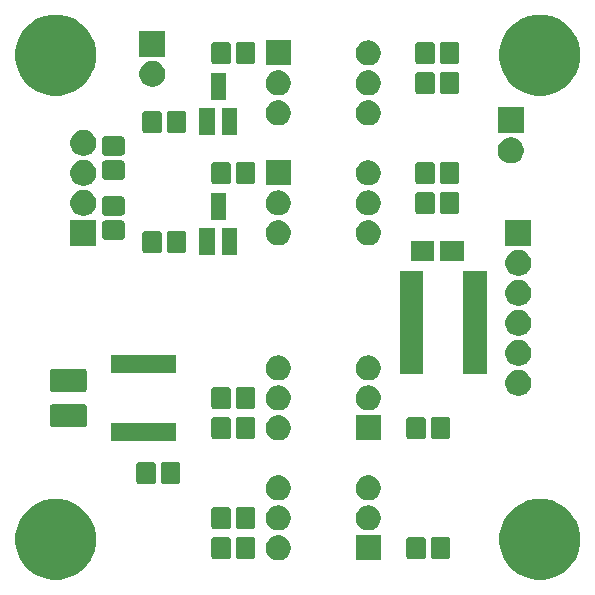
<source format=gbr>
G04 #@! TF.GenerationSoftware,KiCad,Pcbnew,(5.1.5)-3*
G04 #@! TF.CreationDate,2020-04-28T18:32:01-04:00*
G04 #@! TF.ProjectId,OptoUSB,4f70746f-5553-4422-9e6b-696361645f70,rev?*
G04 #@! TF.SameCoordinates,Original*
G04 #@! TF.FileFunction,Soldermask,Top*
G04 #@! TF.FilePolarity,Negative*
%FSLAX46Y46*%
G04 Gerber Fmt 4.6, Leading zero omitted, Abs format (unit mm)*
G04 Created by KiCad (PCBNEW (5.1.5)-3) date 2020-04-28 18:32:01*
%MOMM*%
%LPD*%
G04 APERTURE LIST*
%ADD10C,0.150000*%
G04 APERTURE END LIST*
D10*
G36*
X46000201Y-41702774D02*
G01*
X46624239Y-41961259D01*
X46624240Y-41961260D01*
X47185860Y-42336522D01*
X47663478Y-42814140D01*
X47838573Y-43076189D01*
X48038741Y-43375761D01*
X48297226Y-43999799D01*
X48429000Y-44662272D01*
X48429000Y-45337728D01*
X48297226Y-46000201D01*
X48038741Y-46624239D01*
X47965738Y-46733496D01*
X47663478Y-47185860D01*
X47185860Y-47663478D01*
X46810597Y-47914220D01*
X46624239Y-48038741D01*
X46000201Y-48297226D01*
X45337728Y-48429000D01*
X44662272Y-48429000D01*
X43999799Y-48297226D01*
X43375761Y-48038741D01*
X43189403Y-47914220D01*
X42814140Y-47663478D01*
X42336522Y-47185860D01*
X42034262Y-46733496D01*
X41961259Y-46624239D01*
X41702774Y-46000201D01*
X41571000Y-45337728D01*
X41571000Y-44662272D01*
X41702774Y-43999799D01*
X41961259Y-43375761D01*
X42161427Y-43076189D01*
X42336522Y-42814140D01*
X42814140Y-42336522D01*
X43375760Y-41961260D01*
X43375761Y-41961259D01*
X43999799Y-41702774D01*
X44662272Y-41571000D01*
X45337728Y-41571000D01*
X46000201Y-41702774D01*
G37*
G36*
X5000201Y-41702774D02*
G01*
X5624239Y-41961259D01*
X5624240Y-41961260D01*
X6185860Y-42336522D01*
X6663478Y-42814140D01*
X6838573Y-43076189D01*
X7038741Y-43375761D01*
X7297226Y-43999799D01*
X7429000Y-44662272D01*
X7429000Y-45337728D01*
X7297226Y-46000201D01*
X7038741Y-46624239D01*
X6965738Y-46733496D01*
X6663478Y-47185860D01*
X6185860Y-47663478D01*
X5810597Y-47914220D01*
X5624239Y-48038741D01*
X5000201Y-48297226D01*
X4337728Y-48429000D01*
X3662272Y-48429000D01*
X2999799Y-48297226D01*
X2375761Y-48038741D01*
X2189403Y-47914220D01*
X1814140Y-47663478D01*
X1336522Y-47185860D01*
X1034262Y-46733496D01*
X961259Y-46624239D01*
X702774Y-46000201D01*
X571000Y-45337728D01*
X571000Y-44662272D01*
X702774Y-43999799D01*
X961259Y-43375761D01*
X1161427Y-43076189D01*
X1336522Y-42814140D01*
X1814140Y-42336522D01*
X2375760Y-41961260D01*
X2375761Y-41961259D01*
X2999799Y-41702774D01*
X3662272Y-41571000D01*
X4337728Y-41571000D01*
X5000201Y-41702774D01*
G37*
G36*
X31534000Y-46774000D02*
G01*
X29426000Y-46774000D01*
X29426000Y-44666000D01*
X31534000Y-44666000D01*
X31534000Y-46774000D01*
G37*
G36*
X23167441Y-44706504D02*
G01*
X23246893Y-44739414D01*
X23359255Y-44785956D01*
X23531885Y-44901304D01*
X23678696Y-45048115D01*
X23794044Y-45220745D01*
X23873496Y-45412560D01*
X23914000Y-45616189D01*
X23914000Y-45823811D01*
X23873496Y-46027440D01*
X23794044Y-46219255D01*
X23678696Y-46391885D01*
X23531885Y-46538696D01*
X23359255Y-46654044D01*
X23246893Y-46700586D01*
X23167441Y-46733496D01*
X23065625Y-46753748D01*
X22963811Y-46774000D01*
X22756189Y-46774000D01*
X22654375Y-46753748D01*
X22552559Y-46733496D01*
X22473107Y-46700586D01*
X22360745Y-46654044D01*
X22188115Y-46538696D01*
X22041304Y-46391885D01*
X21925956Y-46219255D01*
X21846504Y-46027440D01*
X21806000Y-45823811D01*
X21806000Y-45616189D01*
X21846504Y-45412560D01*
X21925956Y-45220745D01*
X22041304Y-45048115D01*
X22188115Y-44901304D01*
X22360745Y-44785956D01*
X22473107Y-44739414D01*
X22552559Y-44706504D01*
X22756189Y-44666000D01*
X22963811Y-44666000D01*
X23167441Y-44706504D01*
G37*
G36*
X20670632Y-44772161D02*
G01*
X20724885Y-44788618D01*
X20774875Y-44815339D01*
X20818697Y-44851303D01*
X20854661Y-44895125D01*
X20881382Y-44945115D01*
X20897839Y-44999368D01*
X20904000Y-45061922D01*
X20904000Y-46378078D01*
X20897839Y-46440632D01*
X20881382Y-46494885D01*
X20854661Y-46544875D01*
X20818697Y-46588697D01*
X20774875Y-46624661D01*
X20724885Y-46651382D01*
X20670632Y-46667839D01*
X20608078Y-46674000D01*
X19541922Y-46674000D01*
X19479368Y-46667839D01*
X19425115Y-46651382D01*
X19375125Y-46624661D01*
X19331303Y-46588697D01*
X19295339Y-46544875D01*
X19268618Y-46494885D01*
X19252161Y-46440632D01*
X19246000Y-46378078D01*
X19246000Y-45061922D01*
X19252161Y-44999368D01*
X19268618Y-44945115D01*
X19295339Y-44895125D01*
X19331303Y-44851303D01*
X19375125Y-44815339D01*
X19425115Y-44788618D01*
X19479368Y-44772161D01*
X19541922Y-44766000D01*
X20608078Y-44766000D01*
X20670632Y-44772161D01*
G37*
G36*
X18620632Y-44772161D02*
G01*
X18674885Y-44788618D01*
X18724875Y-44815339D01*
X18768697Y-44851303D01*
X18804661Y-44895125D01*
X18831382Y-44945115D01*
X18847839Y-44999368D01*
X18854000Y-45061922D01*
X18854000Y-46378078D01*
X18847839Y-46440632D01*
X18831382Y-46494885D01*
X18804661Y-46544875D01*
X18768697Y-46588697D01*
X18724875Y-46624661D01*
X18674885Y-46651382D01*
X18620632Y-46667839D01*
X18558078Y-46674000D01*
X17491922Y-46674000D01*
X17429368Y-46667839D01*
X17375115Y-46651382D01*
X17325125Y-46624661D01*
X17281303Y-46588697D01*
X17245339Y-46544875D01*
X17218618Y-46494885D01*
X17202161Y-46440632D01*
X17196000Y-46378078D01*
X17196000Y-45061922D01*
X17202161Y-44999368D01*
X17218618Y-44945115D01*
X17245339Y-44895125D01*
X17281303Y-44851303D01*
X17325125Y-44815339D01*
X17375115Y-44788618D01*
X17429368Y-44772161D01*
X17491922Y-44766000D01*
X18558078Y-44766000D01*
X18620632Y-44772161D01*
G37*
G36*
X35130632Y-44772161D02*
G01*
X35184885Y-44788618D01*
X35234875Y-44815339D01*
X35278697Y-44851303D01*
X35314661Y-44895125D01*
X35341382Y-44945115D01*
X35357839Y-44999368D01*
X35364000Y-45061922D01*
X35364000Y-46378078D01*
X35357839Y-46440632D01*
X35341382Y-46494885D01*
X35314661Y-46544875D01*
X35278697Y-46588697D01*
X35234875Y-46624661D01*
X35184885Y-46651382D01*
X35130632Y-46667839D01*
X35068078Y-46674000D01*
X34001922Y-46674000D01*
X33939368Y-46667839D01*
X33885115Y-46651382D01*
X33835125Y-46624661D01*
X33791303Y-46588697D01*
X33755339Y-46544875D01*
X33728618Y-46494885D01*
X33712161Y-46440632D01*
X33706000Y-46378078D01*
X33706000Y-45061922D01*
X33712161Y-44999368D01*
X33728618Y-44945115D01*
X33755339Y-44895125D01*
X33791303Y-44851303D01*
X33835125Y-44815339D01*
X33885115Y-44788618D01*
X33939368Y-44772161D01*
X34001922Y-44766000D01*
X35068078Y-44766000D01*
X35130632Y-44772161D01*
G37*
G36*
X37180632Y-44772161D02*
G01*
X37234885Y-44788618D01*
X37284875Y-44815339D01*
X37328697Y-44851303D01*
X37364661Y-44895125D01*
X37391382Y-44945115D01*
X37407839Y-44999368D01*
X37414000Y-45061922D01*
X37414000Y-46378078D01*
X37407839Y-46440632D01*
X37391382Y-46494885D01*
X37364661Y-46544875D01*
X37328697Y-46588697D01*
X37284875Y-46624661D01*
X37234885Y-46651382D01*
X37180632Y-46667839D01*
X37118078Y-46674000D01*
X36051922Y-46674000D01*
X35989368Y-46667839D01*
X35935115Y-46651382D01*
X35885125Y-46624661D01*
X35841303Y-46588697D01*
X35805339Y-46544875D01*
X35778618Y-46494885D01*
X35762161Y-46440632D01*
X35756000Y-46378078D01*
X35756000Y-45061922D01*
X35762161Y-44999368D01*
X35778618Y-44945115D01*
X35805339Y-44895125D01*
X35841303Y-44851303D01*
X35885125Y-44815339D01*
X35935115Y-44788618D01*
X35989368Y-44772161D01*
X36051922Y-44766000D01*
X37118078Y-44766000D01*
X37180632Y-44772161D01*
G37*
G36*
X23065625Y-42146252D02*
G01*
X23167441Y-42166504D01*
X23246893Y-42199414D01*
X23359255Y-42245956D01*
X23531885Y-42361304D01*
X23678696Y-42508115D01*
X23794044Y-42680745D01*
X23873496Y-42872560D01*
X23914000Y-43076189D01*
X23914000Y-43283811D01*
X23873496Y-43487440D01*
X23794044Y-43679255D01*
X23678696Y-43851885D01*
X23531885Y-43998696D01*
X23359255Y-44114044D01*
X23246893Y-44160586D01*
X23167441Y-44193496D01*
X22963811Y-44234000D01*
X22756189Y-44234000D01*
X22552559Y-44193496D01*
X22473107Y-44160586D01*
X22360745Y-44114044D01*
X22188115Y-43998696D01*
X22041304Y-43851885D01*
X21925956Y-43679255D01*
X21846504Y-43487440D01*
X21806000Y-43283811D01*
X21806000Y-43076189D01*
X21846504Y-42872560D01*
X21925956Y-42680745D01*
X22041304Y-42508115D01*
X22188115Y-42361304D01*
X22360745Y-42245956D01*
X22473107Y-42199414D01*
X22552559Y-42166504D01*
X22654375Y-42146252D01*
X22756189Y-42126000D01*
X22963811Y-42126000D01*
X23065625Y-42146252D01*
G37*
G36*
X30685625Y-42146252D02*
G01*
X30787441Y-42166504D01*
X30866893Y-42199414D01*
X30979255Y-42245956D01*
X31151885Y-42361304D01*
X31298696Y-42508115D01*
X31414044Y-42680745D01*
X31493496Y-42872560D01*
X31534000Y-43076189D01*
X31534000Y-43283811D01*
X31493496Y-43487440D01*
X31414044Y-43679255D01*
X31298696Y-43851885D01*
X31151885Y-43998696D01*
X30979255Y-44114044D01*
X30866893Y-44160586D01*
X30787441Y-44193496D01*
X30583811Y-44234000D01*
X30376189Y-44234000D01*
X30172559Y-44193496D01*
X30093107Y-44160586D01*
X29980745Y-44114044D01*
X29808115Y-43998696D01*
X29661304Y-43851885D01*
X29545956Y-43679255D01*
X29466504Y-43487440D01*
X29426000Y-43283811D01*
X29426000Y-43076189D01*
X29466504Y-42872560D01*
X29545956Y-42680745D01*
X29661304Y-42508115D01*
X29808115Y-42361304D01*
X29980745Y-42245956D01*
X30093107Y-42199414D01*
X30172559Y-42166504D01*
X30274375Y-42146252D01*
X30376189Y-42126000D01*
X30583811Y-42126000D01*
X30685625Y-42146252D01*
G37*
G36*
X18620632Y-42232161D02*
G01*
X18674885Y-42248618D01*
X18724875Y-42275339D01*
X18768697Y-42311303D01*
X18804661Y-42355125D01*
X18831382Y-42405115D01*
X18847839Y-42459368D01*
X18854000Y-42521922D01*
X18854000Y-43838078D01*
X18847839Y-43900632D01*
X18831382Y-43954885D01*
X18804661Y-44004875D01*
X18768697Y-44048697D01*
X18724875Y-44084661D01*
X18674885Y-44111382D01*
X18620632Y-44127839D01*
X18558078Y-44134000D01*
X17491922Y-44134000D01*
X17429368Y-44127839D01*
X17375115Y-44111382D01*
X17325125Y-44084661D01*
X17281303Y-44048697D01*
X17245339Y-44004875D01*
X17218618Y-43954885D01*
X17202161Y-43900632D01*
X17196000Y-43838078D01*
X17196000Y-42521922D01*
X17202161Y-42459368D01*
X17218618Y-42405115D01*
X17245339Y-42355125D01*
X17281303Y-42311303D01*
X17325125Y-42275339D01*
X17375115Y-42248618D01*
X17429368Y-42232161D01*
X17491922Y-42226000D01*
X18558078Y-42226000D01*
X18620632Y-42232161D01*
G37*
G36*
X20670632Y-42232161D02*
G01*
X20724885Y-42248618D01*
X20774875Y-42275339D01*
X20818697Y-42311303D01*
X20854661Y-42355125D01*
X20881382Y-42405115D01*
X20897839Y-42459368D01*
X20904000Y-42521922D01*
X20904000Y-43838078D01*
X20897839Y-43900632D01*
X20881382Y-43954885D01*
X20854661Y-44004875D01*
X20818697Y-44048697D01*
X20774875Y-44084661D01*
X20724885Y-44111382D01*
X20670632Y-44127839D01*
X20608078Y-44134000D01*
X19541922Y-44134000D01*
X19479368Y-44127839D01*
X19425115Y-44111382D01*
X19375125Y-44084661D01*
X19331303Y-44048697D01*
X19295339Y-44004875D01*
X19268618Y-43954885D01*
X19252161Y-43900632D01*
X19246000Y-43838078D01*
X19246000Y-42521922D01*
X19252161Y-42459368D01*
X19268618Y-42405115D01*
X19295339Y-42355125D01*
X19331303Y-42311303D01*
X19375125Y-42275339D01*
X19425115Y-42248618D01*
X19479368Y-42232161D01*
X19541922Y-42226000D01*
X20608078Y-42226000D01*
X20670632Y-42232161D01*
G37*
G36*
X23167441Y-39626504D02*
G01*
X23246893Y-39659414D01*
X23359255Y-39705956D01*
X23531885Y-39821304D01*
X23678696Y-39968115D01*
X23794044Y-40140745D01*
X23816465Y-40194875D01*
X23869951Y-40324000D01*
X23873496Y-40332560D01*
X23914000Y-40536189D01*
X23914000Y-40743811D01*
X23873496Y-40947440D01*
X23794044Y-41139255D01*
X23678696Y-41311885D01*
X23531885Y-41458696D01*
X23359255Y-41574044D01*
X23246893Y-41620586D01*
X23167441Y-41653496D01*
X23065625Y-41673748D01*
X22963811Y-41694000D01*
X22756189Y-41694000D01*
X22654375Y-41673748D01*
X22552559Y-41653496D01*
X22473107Y-41620586D01*
X22360745Y-41574044D01*
X22188115Y-41458696D01*
X22041304Y-41311885D01*
X21925956Y-41139255D01*
X21846504Y-40947440D01*
X21806000Y-40743811D01*
X21806000Y-40536189D01*
X21846504Y-40332560D01*
X21850050Y-40324000D01*
X21903535Y-40194875D01*
X21925956Y-40140745D01*
X22041304Y-39968115D01*
X22188115Y-39821304D01*
X22360745Y-39705956D01*
X22473107Y-39659414D01*
X22552559Y-39626504D01*
X22756189Y-39586000D01*
X22963811Y-39586000D01*
X23167441Y-39626504D01*
G37*
G36*
X30787441Y-39626504D02*
G01*
X30866893Y-39659414D01*
X30979255Y-39705956D01*
X31151885Y-39821304D01*
X31298696Y-39968115D01*
X31414044Y-40140745D01*
X31436465Y-40194875D01*
X31489951Y-40324000D01*
X31493496Y-40332560D01*
X31534000Y-40536189D01*
X31534000Y-40743811D01*
X31493496Y-40947440D01*
X31414044Y-41139255D01*
X31298696Y-41311885D01*
X31151885Y-41458696D01*
X30979255Y-41574044D01*
X30866893Y-41620586D01*
X30787441Y-41653496D01*
X30685625Y-41673748D01*
X30583811Y-41694000D01*
X30376189Y-41694000D01*
X30274375Y-41673748D01*
X30172559Y-41653496D01*
X30093107Y-41620586D01*
X29980745Y-41574044D01*
X29808115Y-41458696D01*
X29661304Y-41311885D01*
X29545956Y-41139255D01*
X29466504Y-40947440D01*
X29426000Y-40743811D01*
X29426000Y-40536189D01*
X29466504Y-40332560D01*
X29470050Y-40324000D01*
X29523535Y-40194875D01*
X29545956Y-40140745D01*
X29661304Y-39968115D01*
X29808115Y-39821304D01*
X29980745Y-39705956D01*
X30093107Y-39659414D01*
X30172559Y-39626504D01*
X30376189Y-39586000D01*
X30583811Y-39586000D01*
X30787441Y-39626504D01*
G37*
G36*
X12270632Y-38422161D02*
G01*
X12324885Y-38438618D01*
X12374875Y-38465339D01*
X12418697Y-38501303D01*
X12454661Y-38545125D01*
X12481382Y-38595115D01*
X12497839Y-38649368D01*
X12504000Y-38711922D01*
X12504000Y-40028078D01*
X12497839Y-40090632D01*
X12481382Y-40144885D01*
X12454661Y-40194875D01*
X12418697Y-40238697D01*
X12374875Y-40274661D01*
X12324885Y-40301382D01*
X12270632Y-40317839D01*
X12208078Y-40324000D01*
X11141922Y-40324000D01*
X11079368Y-40317839D01*
X11025115Y-40301382D01*
X10975125Y-40274661D01*
X10931303Y-40238697D01*
X10895339Y-40194875D01*
X10868618Y-40144885D01*
X10852161Y-40090632D01*
X10846000Y-40028078D01*
X10846000Y-38711922D01*
X10852161Y-38649368D01*
X10868618Y-38595115D01*
X10895339Y-38545125D01*
X10931303Y-38501303D01*
X10975125Y-38465339D01*
X11025115Y-38438618D01*
X11079368Y-38422161D01*
X11141922Y-38416000D01*
X12208078Y-38416000D01*
X12270632Y-38422161D01*
G37*
G36*
X14320632Y-38422161D02*
G01*
X14374885Y-38438618D01*
X14424875Y-38465339D01*
X14468697Y-38501303D01*
X14504661Y-38545125D01*
X14531382Y-38595115D01*
X14547839Y-38649368D01*
X14554000Y-38711922D01*
X14554000Y-40028078D01*
X14547839Y-40090632D01*
X14531382Y-40144885D01*
X14504661Y-40194875D01*
X14468697Y-40238697D01*
X14424875Y-40274661D01*
X14374885Y-40301382D01*
X14320632Y-40317839D01*
X14258078Y-40324000D01*
X13191922Y-40324000D01*
X13129368Y-40317839D01*
X13075115Y-40301382D01*
X13025125Y-40274661D01*
X12981303Y-40238697D01*
X12945339Y-40194875D01*
X12918618Y-40144885D01*
X12902161Y-40090632D01*
X12896000Y-40028078D01*
X12896000Y-38711922D01*
X12902161Y-38649368D01*
X12918618Y-38595115D01*
X12945339Y-38545125D01*
X12981303Y-38501303D01*
X13025125Y-38465339D01*
X13075115Y-38438618D01*
X13129368Y-38422161D01*
X13191922Y-38416000D01*
X14258078Y-38416000D01*
X14320632Y-38422161D01*
G37*
G36*
X14159000Y-36674000D02*
G01*
X8701000Y-36674000D01*
X8701000Y-35166000D01*
X14159000Y-35166000D01*
X14159000Y-36674000D01*
G37*
G36*
X31534000Y-36614000D02*
G01*
X29426000Y-36614000D01*
X29426000Y-34506000D01*
X31534000Y-34506000D01*
X31534000Y-36614000D01*
G37*
G36*
X23167441Y-34546504D02*
G01*
X23246893Y-34579414D01*
X23359255Y-34625956D01*
X23531885Y-34741304D01*
X23678696Y-34888115D01*
X23794044Y-35060745D01*
X23873496Y-35252560D01*
X23914000Y-35456189D01*
X23914000Y-35663811D01*
X23873496Y-35867440D01*
X23794044Y-36059255D01*
X23678696Y-36231885D01*
X23531885Y-36378696D01*
X23359255Y-36494044D01*
X23246893Y-36540586D01*
X23167441Y-36573496D01*
X22963811Y-36614000D01*
X22756189Y-36614000D01*
X22552559Y-36573496D01*
X22473107Y-36540586D01*
X22360745Y-36494044D01*
X22188115Y-36378696D01*
X22041304Y-36231885D01*
X21925956Y-36059255D01*
X21846504Y-35867440D01*
X21806000Y-35663811D01*
X21806000Y-35456189D01*
X21846504Y-35252560D01*
X21925956Y-35060745D01*
X22041304Y-34888115D01*
X22188115Y-34741304D01*
X22360745Y-34625956D01*
X22473107Y-34579414D01*
X22552559Y-34546504D01*
X22756189Y-34506000D01*
X22963811Y-34506000D01*
X23167441Y-34546504D01*
G37*
G36*
X18620632Y-34612161D02*
G01*
X18674885Y-34628618D01*
X18724875Y-34655339D01*
X18768697Y-34691303D01*
X18804661Y-34735125D01*
X18831382Y-34785115D01*
X18847839Y-34839368D01*
X18854000Y-34901922D01*
X18854000Y-36218078D01*
X18847839Y-36280632D01*
X18831382Y-36334885D01*
X18804661Y-36384875D01*
X18768697Y-36428697D01*
X18724875Y-36464661D01*
X18674885Y-36491382D01*
X18620632Y-36507839D01*
X18558078Y-36514000D01*
X17491922Y-36514000D01*
X17429368Y-36507839D01*
X17375115Y-36491382D01*
X17325125Y-36464661D01*
X17281303Y-36428697D01*
X17245339Y-36384875D01*
X17218618Y-36334885D01*
X17202161Y-36280632D01*
X17196000Y-36218078D01*
X17196000Y-34901922D01*
X17202161Y-34839368D01*
X17218618Y-34785115D01*
X17245339Y-34735125D01*
X17281303Y-34691303D01*
X17325125Y-34655339D01*
X17375115Y-34628618D01*
X17429368Y-34612161D01*
X17491922Y-34606000D01*
X18558078Y-34606000D01*
X18620632Y-34612161D01*
G37*
G36*
X20670632Y-34612161D02*
G01*
X20724885Y-34628618D01*
X20774875Y-34655339D01*
X20818697Y-34691303D01*
X20854661Y-34735125D01*
X20881382Y-34785115D01*
X20897839Y-34839368D01*
X20904000Y-34901922D01*
X20904000Y-36218078D01*
X20897839Y-36280632D01*
X20881382Y-36334885D01*
X20854661Y-36384875D01*
X20818697Y-36428697D01*
X20774875Y-36464661D01*
X20724885Y-36491382D01*
X20670632Y-36507839D01*
X20608078Y-36514000D01*
X19541922Y-36514000D01*
X19479368Y-36507839D01*
X19425115Y-36491382D01*
X19375125Y-36464661D01*
X19331303Y-36428697D01*
X19295339Y-36384875D01*
X19268618Y-36334885D01*
X19252161Y-36280632D01*
X19246000Y-36218078D01*
X19246000Y-34901922D01*
X19252161Y-34839368D01*
X19268618Y-34785115D01*
X19295339Y-34735125D01*
X19331303Y-34691303D01*
X19375125Y-34655339D01*
X19425115Y-34628618D01*
X19479368Y-34612161D01*
X19541922Y-34606000D01*
X20608078Y-34606000D01*
X20670632Y-34612161D01*
G37*
G36*
X35130632Y-34612161D02*
G01*
X35184885Y-34628618D01*
X35234875Y-34655339D01*
X35278697Y-34691303D01*
X35314661Y-34735125D01*
X35341382Y-34785115D01*
X35357839Y-34839368D01*
X35364000Y-34901922D01*
X35364000Y-36218078D01*
X35357839Y-36280632D01*
X35341382Y-36334885D01*
X35314661Y-36384875D01*
X35278697Y-36428697D01*
X35234875Y-36464661D01*
X35184885Y-36491382D01*
X35130632Y-36507839D01*
X35068078Y-36514000D01*
X34001922Y-36514000D01*
X33939368Y-36507839D01*
X33885115Y-36491382D01*
X33835125Y-36464661D01*
X33791303Y-36428697D01*
X33755339Y-36384875D01*
X33728618Y-36334885D01*
X33712161Y-36280632D01*
X33706000Y-36218078D01*
X33706000Y-34901922D01*
X33712161Y-34839368D01*
X33728618Y-34785115D01*
X33755339Y-34735125D01*
X33791303Y-34691303D01*
X33835125Y-34655339D01*
X33885115Y-34628618D01*
X33939368Y-34612161D01*
X34001922Y-34606000D01*
X35068078Y-34606000D01*
X35130632Y-34612161D01*
G37*
G36*
X37180632Y-34612161D02*
G01*
X37234885Y-34628618D01*
X37284875Y-34655339D01*
X37328697Y-34691303D01*
X37364661Y-34735125D01*
X37391382Y-34785115D01*
X37407839Y-34839368D01*
X37414000Y-34901922D01*
X37414000Y-36218078D01*
X37407839Y-36280632D01*
X37391382Y-36334885D01*
X37364661Y-36384875D01*
X37328697Y-36428697D01*
X37284875Y-36464661D01*
X37234885Y-36491382D01*
X37180632Y-36507839D01*
X37118078Y-36514000D01*
X36051922Y-36514000D01*
X35989368Y-36507839D01*
X35935115Y-36491382D01*
X35885125Y-36464661D01*
X35841303Y-36428697D01*
X35805339Y-36384875D01*
X35778618Y-36334885D01*
X35762161Y-36280632D01*
X35756000Y-36218078D01*
X35756000Y-34901922D01*
X35762161Y-34839368D01*
X35778618Y-34785115D01*
X35805339Y-34735125D01*
X35841303Y-34691303D01*
X35885125Y-34655339D01*
X35935115Y-34628618D01*
X35989368Y-34612161D01*
X36051922Y-34606000D01*
X37118078Y-34606000D01*
X37180632Y-34612161D01*
G37*
G36*
X6451227Y-33546550D02*
G01*
X6499514Y-33561198D01*
X6544008Y-33584980D01*
X6583011Y-33616989D01*
X6615020Y-33655992D01*
X6638802Y-33700486D01*
X6653450Y-33748773D01*
X6659000Y-33805123D01*
X6659000Y-35209877D01*
X6653450Y-35266227D01*
X6638802Y-35314514D01*
X6615020Y-35359008D01*
X6583011Y-35398011D01*
X6544008Y-35430020D01*
X6499514Y-35453802D01*
X6451227Y-35468450D01*
X6394877Y-35474000D01*
X3765123Y-35474000D01*
X3708773Y-35468450D01*
X3660486Y-35453802D01*
X3615992Y-35430020D01*
X3576989Y-35398011D01*
X3544980Y-35359008D01*
X3521198Y-35314514D01*
X3506550Y-35266227D01*
X3501000Y-35209877D01*
X3501000Y-33805123D01*
X3506550Y-33748773D01*
X3521198Y-33700486D01*
X3544980Y-33655992D01*
X3576989Y-33616989D01*
X3615992Y-33584980D01*
X3660486Y-33561198D01*
X3708773Y-33546550D01*
X3765123Y-33541000D01*
X6394877Y-33541000D01*
X6451227Y-33546550D01*
G37*
G36*
X23065625Y-31986252D02*
G01*
X23167441Y-32006504D01*
X23246893Y-32039414D01*
X23359255Y-32085956D01*
X23531885Y-32201304D01*
X23678696Y-32348115D01*
X23794044Y-32520745D01*
X23829993Y-32607534D01*
X23873496Y-32712559D01*
X23893191Y-32811574D01*
X23914000Y-32916189D01*
X23914000Y-33123811D01*
X23873496Y-33327440D01*
X23794044Y-33519255D01*
X23678696Y-33691885D01*
X23531885Y-33838696D01*
X23359255Y-33954044D01*
X23246893Y-34000586D01*
X23167441Y-34033496D01*
X22963811Y-34074000D01*
X22756189Y-34074000D01*
X22552559Y-34033496D01*
X22473107Y-34000586D01*
X22360745Y-33954044D01*
X22188115Y-33838696D01*
X22041304Y-33691885D01*
X21925956Y-33519255D01*
X21846504Y-33327440D01*
X21806000Y-33123811D01*
X21806000Y-32916189D01*
X21826809Y-32811574D01*
X21846504Y-32712559D01*
X21890007Y-32607534D01*
X21925956Y-32520745D01*
X22041304Y-32348115D01*
X22188115Y-32201304D01*
X22360745Y-32085956D01*
X22473107Y-32039414D01*
X22552559Y-32006504D01*
X22654375Y-31986252D01*
X22756189Y-31966000D01*
X22963811Y-31966000D01*
X23065625Y-31986252D01*
G37*
G36*
X30685625Y-31986252D02*
G01*
X30787441Y-32006504D01*
X30866893Y-32039414D01*
X30979255Y-32085956D01*
X31151885Y-32201304D01*
X31298696Y-32348115D01*
X31414044Y-32520745D01*
X31449993Y-32607534D01*
X31493496Y-32712559D01*
X31513191Y-32811574D01*
X31534000Y-32916189D01*
X31534000Y-33123811D01*
X31493496Y-33327440D01*
X31414044Y-33519255D01*
X31298696Y-33691885D01*
X31151885Y-33838696D01*
X30979255Y-33954044D01*
X30866893Y-34000586D01*
X30787441Y-34033496D01*
X30583811Y-34074000D01*
X30376189Y-34074000D01*
X30172559Y-34033496D01*
X30093107Y-34000586D01*
X29980745Y-33954044D01*
X29808115Y-33838696D01*
X29661304Y-33691885D01*
X29545956Y-33519255D01*
X29466504Y-33327440D01*
X29426000Y-33123811D01*
X29426000Y-32916189D01*
X29446809Y-32811574D01*
X29466504Y-32712559D01*
X29510007Y-32607534D01*
X29545956Y-32520745D01*
X29661304Y-32348115D01*
X29808115Y-32201304D01*
X29980745Y-32085956D01*
X30093107Y-32039414D01*
X30172559Y-32006504D01*
X30274375Y-31986252D01*
X30376189Y-31966000D01*
X30583811Y-31966000D01*
X30685625Y-31986252D01*
G37*
G36*
X18620632Y-32072161D02*
G01*
X18674885Y-32088618D01*
X18724875Y-32115339D01*
X18768697Y-32151303D01*
X18804661Y-32195125D01*
X18831382Y-32245115D01*
X18847839Y-32299368D01*
X18854000Y-32361922D01*
X18854000Y-33678078D01*
X18847839Y-33740632D01*
X18831382Y-33794885D01*
X18804661Y-33844875D01*
X18768697Y-33888697D01*
X18724875Y-33924661D01*
X18674885Y-33951382D01*
X18620632Y-33967839D01*
X18558078Y-33974000D01*
X17491922Y-33974000D01*
X17429368Y-33967839D01*
X17375115Y-33951382D01*
X17325125Y-33924661D01*
X17281303Y-33888697D01*
X17245339Y-33844875D01*
X17218618Y-33794885D01*
X17202161Y-33740632D01*
X17196000Y-33678078D01*
X17196000Y-32361922D01*
X17202161Y-32299368D01*
X17218618Y-32245115D01*
X17245339Y-32195125D01*
X17281303Y-32151303D01*
X17325125Y-32115339D01*
X17375115Y-32088618D01*
X17429368Y-32072161D01*
X17491922Y-32066000D01*
X18558078Y-32066000D01*
X18620632Y-32072161D01*
G37*
G36*
X20670632Y-32072161D02*
G01*
X20724885Y-32088618D01*
X20774875Y-32115339D01*
X20818697Y-32151303D01*
X20854661Y-32195125D01*
X20881382Y-32245115D01*
X20897839Y-32299368D01*
X20904000Y-32361922D01*
X20904000Y-33678078D01*
X20897839Y-33740632D01*
X20881382Y-33794885D01*
X20854661Y-33844875D01*
X20818697Y-33888697D01*
X20774875Y-33924661D01*
X20724885Y-33951382D01*
X20670632Y-33967839D01*
X20608078Y-33974000D01*
X19541922Y-33974000D01*
X19479368Y-33967839D01*
X19425115Y-33951382D01*
X19375125Y-33924661D01*
X19331303Y-33888697D01*
X19295339Y-33844875D01*
X19268618Y-33794885D01*
X19252161Y-33740632D01*
X19246000Y-33678078D01*
X19246000Y-32361922D01*
X19252161Y-32299368D01*
X19268618Y-32245115D01*
X19295339Y-32195125D01*
X19331303Y-32151303D01*
X19375125Y-32115339D01*
X19425115Y-32088618D01*
X19479368Y-32072161D01*
X19541922Y-32066000D01*
X20608078Y-32066000D01*
X20670632Y-32072161D01*
G37*
G36*
X43502024Y-30688425D02*
G01*
X43702939Y-30771647D01*
X43726576Y-30787441D01*
X43883759Y-30892467D01*
X44037533Y-31046241D01*
X44037534Y-31046243D01*
X44158353Y-31227061D01*
X44241575Y-31427976D01*
X44284000Y-31641264D01*
X44284000Y-31858736D01*
X44241575Y-32072024D01*
X44158353Y-32272939D01*
X44113869Y-32339514D01*
X44037533Y-32453759D01*
X43883759Y-32607533D01*
X43792735Y-32668353D01*
X43702939Y-32728353D01*
X43502024Y-32811575D01*
X43288736Y-32854000D01*
X43071264Y-32854000D01*
X42857976Y-32811575D01*
X42657061Y-32728353D01*
X42567265Y-32668353D01*
X42476241Y-32607533D01*
X42322467Y-32453759D01*
X42246131Y-32339514D01*
X42201647Y-32272939D01*
X42118425Y-32072024D01*
X42076000Y-31858736D01*
X42076000Y-31641264D01*
X42118425Y-31427976D01*
X42201647Y-31227061D01*
X42322466Y-31046243D01*
X42322467Y-31046241D01*
X42476241Y-30892467D01*
X42633424Y-30787441D01*
X42657061Y-30771647D01*
X42857976Y-30688425D01*
X43071264Y-30646000D01*
X43288736Y-30646000D01*
X43502024Y-30688425D01*
G37*
G36*
X6451227Y-30571550D02*
G01*
X6499514Y-30586198D01*
X6544008Y-30609980D01*
X6583011Y-30641989D01*
X6615020Y-30680992D01*
X6638802Y-30725486D01*
X6653450Y-30773773D01*
X6659000Y-30830123D01*
X6659000Y-32234877D01*
X6653450Y-32291227D01*
X6638802Y-32339514D01*
X6615020Y-32384008D01*
X6583011Y-32423011D01*
X6544008Y-32455020D01*
X6499514Y-32478802D01*
X6451227Y-32493450D01*
X6394877Y-32499000D01*
X3765123Y-32499000D01*
X3708773Y-32493450D01*
X3660486Y-32478802D01*
X3615992Y-32455020D01*
X3576989Y-32423011D01*
X3544980Y-32384008D01*
X3521198Y-32339514D01*
X3506550Y-32291227D01*
X3501000Y-32234877D01*
X3501000Y-30830123D01*
X3506550Y-30773773D01*
X3521198Y-30725486D01*
X3544980Y-30680992D01*
X3576989Y-30641989D01*
X3615992Y-30609980D01*
X3660486Y-30586198D01*
X3708773Y-30571550D01*
X3765123Y-30566000D01*
X6394877Y-30566000D01*
X6451227Y-30571550D01*
G37*
G36*
X23065625Y-29446252D02*
G01*
X23167441Y-29466504D01*
X23246893Y-29499414D01*
X23359255Y-29545956D01*
X23531885Y-29661304D01*
X23678696Y-29808115D01*
X23794044Y-29980745D01*
X23829993Y-30067534D01*
X23873496Y-30172559D01*
X23914000Y-30376190D01*
X23914000Y-30583810D01*
X23876638Y-30771647D01*
X23873496Y-30787440D01*
X23794044Y-30979255D01*
X23678696Y-31151885D01*
X23531885Y-31298696D01*
X23359255Y-31414044D01*
X23246893Y-31460586D01*
X23167441Y-31493496D01*
X23065625Y-31513748D01*
X22963811Y-31534000D01*
X22756189Y-31534000D01*
X22654375Y-31513748D01*
X22552559Y-31493496D01*
X22473107Y-31460586D01*
X22360745Y-31414044D01*
X22188115Y-31298696D01*
X22041304Y-31151885D01*
X21925956Y-30979255D01*
X21846504Y-30787440D01*
X21843363Y-30771647D01*
X21806000Y-30583810D01*
X21806000Y-30376190D01*
X21846504Y-30172559D01*
X21890007Y-30067534D01*
X21925956Y-29980745D01*
X22041304Y-29808115D01*
X22188115Y-29661304D01*
X22360745Y-29545956D01*
X22473107Y-29499414D01*
X22552559Y-29466504D01*
X22654375Y-29446252D01*
X22756189Y-29426000D01*
X22963811Y-29426000D01*
X23065625Y-29446252D01*
G37*
G36*
X30685625Y-29446252D02*
G01*
X30787441Y-29466504D01*
X30866893Y-29499414D01*
X30979255Y-29545956D01*
X31151885Y-29661304D01*
X31298696Y-29808115D01*
X31414044Y-29980745D01*
X31449993Y-30067534D01*
X31493496Y-30172559D01*
X31534000Y-30376190D01*
X31534000Y-30583810D01*
X31496638Y-30771647D01*
X31493496Y-30787440D01*
X31414044Y-30979255D01*
X31298696Y-31151885D01*
X31151885Y-31298696D01*
X30979255Y-31414044D01*
X30866893Y-31460586D01*
X30787441Y-31493496D01*
X30685625Y-31513748D01*
X30583811Y-31534000D01*
X30376189Y-31534000D01*
X30274375Y-31513748D01*
X30172559Y-31493496D01*
X30093107Y-31460586D01*
X29980745Y-31414044D01*
X29808115Y-31298696D01*
X29661304Y-31151885D01*
X29545956Y-30979255D01*
X29466504Y-30787440D01*
X29463363Y-30771647D01*
X29426000Y-30583810D01*
X29426000Y-30376190D01*
X29466504Y-30172559D01*
X29510007Y-30067534D01*
X29545956Y-29980745D01*
X29661304Y-29808115D01*
X29808115Y-29661304D01*
X29980745Y-29545956D01*
X30093107Y-29499414D01*
X30172559Y-29466504D01*
X30274375Y-29446252D01*
X30376189Y-29426000D01*
X30583811Y-29426000D01*
X30685625Y-29446252D01*
G37*
G36*
X40534000Y-31034000D02*
G01*
X38526000Y-31034000D01*
X38526000Y-22306000D01*
X40534000Y-22306000D01*
X40534000Y-31034000D01*
G37*
G36*
X35134000Y-31034000D02*
G01*
X33126000Y-31034000D01*
X33126000Y-22306000D01*
X35134000Y-22306000D01*
X35134000Y-31034000D01*
G37*
G36*
X14159000Y-30874000D02*
G01*
X8701000Y-30874000D01*
X8701000Y-29366000D01*
X14159000Y-29366000D01*
X14159000Y-30874000D01*
G37*
G36*
X43502024Y-28148425D02*
G01*
X43702939Y-28231647D01*
X43702940Y-28231648D01*
X43883759Y-28352467D01*
X44037533Y-28506241D01*
X44037534Y-28506243D01*
X44158353Y-28687061D01*
X44241575Y-28887976D01*
X44284000Y-29101264D01*
X44284000Y-29318736D01*
X44241575Y-29532024D01*
X44158353Y-29732939D01*
X44108123Y-29808114D01*
X44037533Y-29913759D01*
X43883759Y-30067533D01*
X43792735Y-30128353D01*
X43702939Y-30188353D01*
X43502024Y-30271575D01*
X43288736Y-30314000D01*
X43071264Y-30314000D01*
X42857976Y-30271575D01*
X42657061Y-30188353D01*
X42567265Y-30128353D01*
X42476241Y-30067533D01*
X42322467Y-29913759D01*
X42251877Y-29808114D01*
X42201647Y-29732939D01*
X42118425Y-29532024D01*
X42076000Y-29318736D01*
X42076000Y-29101264D01*
X42118425Y-28887976D01*
X42201647Y-28687061D01*
X42322466Y-28506243D01*
X42322467Y-28506241D01*
X42476241Y-28352467D01*
X42657060Y-28231648D01*
X42657061Y-28231647D01*
X42857976Y-28148425D01*
X43071264Y-28106000D01*
X43288736Y-28106000D01*
X43502024Y-28148425D01*
G37*
G36*
X43502024Y-25608425D02*
G01*
X43702939Y-25691647D01*
X43702940Y-25691648D01*
X43883759Y-25812467D01*
X44037533Y-25966241D01*
X44037534Y-25966243D01*
X44158353Y-26147061D01*
X44241575Y-26347976D01*
X44284000Y-26561264D01*
X44284000Y-26778736D01*
X44241575Y-26992024D01*
X44158353Y-27192939D01*
X44098353Y-27282735D01*
X44037533Y-27373759D01*
X43883759Y-27527533D01*
X43792735Y-27588353D01*
X43702939Y-27648353D01*
X43502024Y-27731575D01*
X43288736Y-27774000D01*
X43071264Y-27774000D01*
X42857976Y-27731575D01*
X42657061Y-27648353D01*
X42567265Y-27588353D01*
X42476241Y-27527533D01*
X42322467Y-27373759D01*
X42261647Y-27282735D01*
X42201647Y-27192939D01*
X42118425Y-26992024D01*
X42076000Y-26778736D01*
X42076000Y-26561264D01*
X42118425Y-26347976D01*
X42201647Y-26147061D01*
X42322466Y-25966243D01*
X42322467Y-25966241D01*
X42476241Y-25812467D01*
X42657060Y-25691648D01*
X42657061Y-25691647D01*
X42857976Y-25608425D01*
X43071264Y-25566000D01*
X43288736Y-25566000D01*
X43502024Y-25608425D01*
G37*
G36*
X43502024Y-23068425D02*
G01*
X43702939Y-23151647D01*
X43702940Y-23151648D01*
X43883759Y-23272467D01*
X44037533Y-23426241D01*
X44037534Y-23426243D01*
X44158353Y-23607061D01*
X44241575Y-23807976D01*
X44284000Y-24021264D01*
X44284000Y-24238736D01*
X44241575Y-24452024D01*
X44158353Y-24652939D01*
X44098353Y-24742735D01*
X44037533Y-24833759D01*
X43883759Y-24987533D01*
X43792735Y-25048353D01*
X43702939Y-25108353D01*
X43502024Y-25191575D01*
X43288736Y-25234000D01*
X43071264Y-25234000D01*
X42857976Y-25191575D01*
X42657061Y-25108353D01*
X42567265Y-25048353D01*
X42476241Y-24987533D01*
X42322467Y-24833759D01*
X42261647Y-24742735D01*
X42201647Y-24652939D01*
X42118425Y-24452024D01*
X42076000Y-24238736D01*
X42076000Y-24021264D01*
X42118425Y-23807976D01*
X42201647Y-23607061D01*
X42322466Y-23426243D01*
X42322467Y-23426241D01*
X42476241Y-23272467D01*
X42657060Y-23151648D01*
X42657061Y-23151647D01*
X42857976Y-23068425D01*
X43071264Y-23026000D01*
X43288736Y-23026000D01*
X43502024Y-23068425D01*
G37*
G36*
X43502024Y-20528425D02*
G01*
X43702939Y-20611647D01*
X43702940Y-20611648D01*
X43883759Y-20732467D01*
X44037533Y-20886241D01*
X44037534Y-20886243D01*
X44158353Y-21067061D01*
X44241575Y-21267976D01*
X44284000Y-21481264D01*
X44284000Y-21698736D01*
X44241575Y-21912024D01*
X44158353Y-22112939D01*
X44158352Y-22112940D01*
X44037533Y-22293759D01*
X43883759Y-22447533D01*
X43792735Y-22508353D01*
X43702939Y-22568353D01*
X43502024Y-22651575D01*
X43288736Y-22694000D01*
X43071264Y-22694000D01*
X42857976Y-22651575D01*
X42657061Y-22568353D01*
X42567265Y-22508353D01*
X42476241Y-22447533D01*
X42322467Y-22293759D01*
X42201648Y-22112940D01*
X42201647Y-22112939D01*
X42118425Y-21912024D01*
X42076000Y-21698736D01*
X42076000Y-21481264D01*
X42118425Y-21267976D01*
X42201647Y-21067061D01*
X42322466Y-20886243D01*
X42322467Y-20886241D01*
X42476241Y-20732467D01*
X42657060Y-20611648D01*
X42657061Y-20611647D01*
X42857976Y-20528425D01*
X43071264Y-20486000D01*
X43288736Y-20486000D01*
X43502024Y-20528425D01*
G37*
G36*
X36076000Y-21453000D02*
G01*
X34068000Y-21453000D01*
X34068000Y-19695000D01*
X36076000Y-19695000D01*
X36076000Y-21453000D01*
G37*
G36*
X38576000Y-21453000D02*
G01*
X36568000Y-21453000D01*
X36568000Y-19695000D01*
X38576000Y-19695000D01*
X38576000Y-21453000D01*
G37*
G36*
X19384050Y-20943570D02*
G01*
X18075950Y-20943570D01*
X18075950Y-18634710D01*
X19384050Y-18634710D01*
X19384050Y-20943570D01*
G37*
G36*
X17484050Y-20943570D02*
G01*
X16175950Y-20943570D01*
X16175950Y-18634710D01*
X17484050Y-18634710D01*
X17484050Y-20943570D01*
G37*
G36*
X14828632Y-18864161D02*
G01*
X14882885Y-18880618D01*
X14932875Y-18907339D01*
X14976697Y-18943303D01*
X15012661Y-18987125D01*
X15039382Y-19037115D01*
X15055839Y-19091368D01*
X15062000Y-19153922D01*
X15062000Y-20470078D01*
X15055839Y-20532632D01*
X15039382Y-20586885D01*
X15012661Y-20636875D01*
X14976697Y-20680697D01*
X14932875Y-20716661D01*
X14882885Y-20743382D01*
X14828632Y-20759839D01*
X14766078Y-20766000D01*
X13699922Y-20766000D01*
X13637368Y-20759839D01*
X13583115Y-20743382D01*
X13533125Y-20716661D01*
X13489303Y-20680697D01*
X13453339Y-20636875D01*
X13426618Y-20586885D01*
X13410161Y-20532632D01*
X13404000Y-20470078D01*
X13404000Y-19153922D01*
X13410161Y-19091368D01*
X13426618Y-19037115D01*
X13453339Y-18987125D01*
X13489303Y-18943303D01*
X13533125Y-18907339D01*
X13583115Y-18880618D01*
X13637368Y-18864161D01*
X13699922Y-18858000D01*
X14766078Y-18858000D01*
X14828632Y-18864161D01*
G37*
G36*
X12778632Y-18864161D02*
G01*
X12832885Y-18880618D01*
X12882875Y-18907339D01*
X12926697Y-18943303D01*
X12962661Y-18987125D01*
X12989382Y-19037115D01*
X13005839Y-19091368D01*
X13012000Y-19153922D01*
X13012000Y-20470078D01*
X13005839Y-20532632D01*
X12989382Y-20586885D01*
X12962661Y-20636875D01*
X12926697Y-20680697D01*
X12882875Y-20716661D01*
X12832885Y-20743382D01*
X12778632Y-20759839D01*
X12716078Y-20766000D01*
X11649922Y-20766000D01*
X11587368Y-20759839D01*
X11533115Y-20743382D01*
X11483125Y-20716661D01*
X11439303Y-20680697D01*
X11403339Y-20636875D01*
X11376618Y-20586885D01*
X11360161Y-20532632D01*
X11354000Y-20470078D01*
X11354000Y-19153922D01*
X11360161Y-19091368D01*
X11376618Y-19037115D01*
X11403339Y-18987125D01*
X11439303Y-18943303D01*
X11483125Y-18907339D01*
X11533115Y-18880618D01*
X11587368Y-18864161D01*
X11649922Y-18858000D01*
X12716078Y-18858000D01*
X12778632Y-18864161D01*
G37*
G36*
X7454000Y-20154000D02*
G01*
X5246000Y-20154000D01*
X5246000Y-17946000D01*
X7454000Y-17946000D01*
X7454000Y-20154000D01*
G37*
G36*
X44284000Y-20154000D02*
G01*
X42076000Y-20154000D01*
X42076000Y-17946000D01*
X44284000Y-17946000D01*
X44284000Y-20154000D01*
G37*
G36*
X23167441Y-18036504D02*
G01*
X23246893Y-18069414D01*
X23359255Y-18115956D01*
X23531885Y-18231304D01*
X23678696Y-18378115D01*
X23794044Y-18550745D01*
X23873496Y-18742560D01*
X23901916Y-18885436D01*
X23914000Y-18946190D01*
X23914000Y-19153810D01*
X23873496Y-19357441D01*
X23851105Y-19411498D01*
X23794044Y-19549255D01*
X23678696Y-19721885D01*
X23531885Y-19868696D01*
X23359255Y-19984044D01*
X23246893Y-20030586D01*
X23167441Y-20063496D01*
X23065625Y-20083748D01*
X22963811Y-20104000D01*
X22756189Y-20104000D01*
X22654375Y-20083748D01*
X22552559Y-20063496D01*
X22473107Y-20030586D01*
X22360745Y-19984044D01*
X22188115Y-19868696D01*
X22041304Y-19721885D01*
X21925956Y-19549255D01*
X21868895Y-19411498D01*
X21846504Y-19357441D01*
X21806000Y-19153810D01*
X21806000Y-18946190D01*
X21818085Y-18885436D01*
X21846504Y-18742560D01*
X21925956Y-18550745D01*
X22041304Y-18378115D01*
X22188115Y-18231304D01*
X22360745Y-18115956D01*
X22473107Y-18069414D01*
X22552559Y-18036504D01*
X22756189Y-17996000D01*
X22963811Y-17996000D01*
X23167441Y-18036504D01*
G37*
G36*
X30787441Y-18036504D02*
G01*
X30866893Y-18069414D01*
X30979255Y-18115956D01*
X31151885Y-18231304D01*
X31298696Y-18378115D01*
X31414044Y-18550745D01*
X31493496Y-18742560D01*
X31521916Y-18885436D01*
X31534000Y-18946190D01*
X31534000Y-19153810D01*
X31493496Y-19357441D01*
X31471105Y-19411498D01*
X31414044Y-19549255D01*
X31298696Y-19721885D01*
X31151885Y-19868696D01*
X30979255Y-19984044D01*
X30866893Y-20030586D01*
X30787441Y-20063496D01*
X30685625Y-20083748D01*
X30583811Y-20104000D01*
X30376189Y-20104000D01*
X30274375Y-20083748D01*
X30172559Y-20063496D01*
X30093107Y-20030586D01*
X29980745Y-19984044D01*
X29808115Y-19868696D01*
X29661304Y-19721885D01*
X29545956Y-19549255D01*
X29488895Y-19411498D01*
X29466504Y-19357441D01*
X29426000Y-19153810D01*
X29426000Y-18946190D01*
X29438085Y-18885436D01*
X29466504Y-18742560D01*
X29545956Y-18550745D01*
X29661304Y-18378115D01*
X29808115Y-18231304D01*
X29980745Y-18115956D01*
X30093107Y-18069414D01*
X30172559Y-18036504D01*
X30376189Y-17996000D01*
X30583811Y-17996000D01*
X30787441Y-18036504D01*
G37*
G36*
X9610632Y-17982161D02*
G01*
X9664885Y-17998618D01*
X9714875Y-18025339D01*
X9758697Y-18061303D01*
X9794661Y-18105125D01*
X9821382Y-18155115D01*
X9837839Y-18209368D01*
X9844000Y-18271922D01*
X9844000Y-19338078D01*
X9837839Y-19400632D01*
X9821382Y-19454885D01*
X9794661Y-19504875D01*
X9758697Y-19548697D01*
X9714875Y-19584661D01*
X9664885Y-19611382D01*
X9610632Y-19627839D01*
X9548078Y-19634000D01*
X8231922Y-19634000D01*
X8169368Y-19627839D01*
X8115115Y-19611382D01*
X8065125Y-19584661D01*
X8021303Y-19548697D01*
X7985339Y-19504875D01*
X7958618Y-19454885D01*
X7942161Y-19400632D01*
X7936000Y-19338078D01*
X7936000Y-18271922D01*
X7942161Y-18209368D01*
X7958618Y-18155115D01*
X7985339Y-18105125D01*
X8021303Y-18061303D01*
X8065125Y-18025339D01*
X8115115Y-17998618D01*
X8169368Y-17982161D01*
X8231922Y-17976000D01*
X9548078Y-17976000D01*
X9610632Y-17982161D01*
G37*
G36*
X18434050Y-17941290D02*
G01*
X17125950Y-17941290D01*
X17125950Y-15632430D01*
X18434050Y-15632430D01*
X18434050Y-17941290D01*
G37*
G36*
X6672024Y-15448425D02*
G01*
X6872939Y-15531647D01*
X6962735Y-15591647D01*
X7053759Y-15652467D01*
X7207533Y-15806241D01*
X7207534Y-15806243D01*
X7328353Y-15987061D01*
X7411575Y-16187976D01*
X7454000Y-16401264D01*
X7454000Y-16618736D01*
X7411575Y-16832024D01*
X7328353Y-17032939D01*
X7328352Y-17032940D01*
X7207533Y-17213759D01*
X7053759Y-17367533D01*
X6983227Y-17414661D01*
X6872939Y-17488353D01*
X6672024Y-17571575D01*
X6458736Y-17614000D01*
X6241264Y-17614000D01*
X6027976Y-17571575D01*
X5827061Y-17488353D01*
X5716773Y-17414661D01*
X5646241Y-17367533D01*
X5492467Y-17213759D01*
X5371648Y-17032940D01*
X5371647Y-17032939D01*
X5288425Y-16832024D01*
X5246000Y-16618736D01*
X5246000Y-16401264D01*
X5288425Y-16187976D01*
X5371647Y-15987061D01*
X5492466Y-15806243D01*
X5492467Y-15806241D01*
X5646241Y-15652467D01*
X5737265Y-15591647D01*
X5827061Y-15531647D01*
X6027976Y-15448425D01*
X6241264Y-15406000D01*
X6458736Y-15406000D01*
X6672024Y-15448425D01*
G37*
G36*
X9610632Y-15932161D02*
G01*
X9664885Y-15948618D01*
X9714875Y-15975339D01*
X9758697Y-16011303D01*
X9794661Y-16055125D01*
X9821382Y-16105115D01*
X9837839Y-16159368D01*
X9844000Y-16221922D01*
X9844000Y-17288078D01*
X9837839Y-17350632D01*
X9821382Y-17404885D01*
X9794661Y-17454875D01*
X9758697Y-17498697D01*
X9714875Y-17534661D01*
X9664885Y-17561382D01*
X9610632Y-17577839D01*
X9548078Y-17584000D01*
X8231922Y-17584000D01*
X8169368Y-17577839D01*
X8115115Y-17561382D01*
X8065125Y-17534661D01*
X8021303Y-17498697D01*
X7985339Y-17454875D01*
X7958618Y-17404885D01*
X7942161Y-17350632D01*
X7936000Y-17288078D01*
X7936000Y-16221922D01*
X7942161Y-16159368D01*
X7958618Y-16105115D01*
X7985339Y-16055125D01*
X8021303Y-16011303D01*
X8065125Y-15975339D01*
X8115115Y-15948618D01*
X8169368Y-15932161D01*
X8231922Y-15926000D01*
X9548078Y-15926000D01*
X9610632Y-15932161D01*
G37*
G36*
X30685625Y-15476252D02*
G01*
X30787441Y-15496504D01*
X30866893Y-15529414D01*
X30979255Y-15575956D01*
X31151885Y-15691304D01*
X31298696Y-15838115D01*
X31414044Y-16010745D01*
X31445293Y-16086188D01*
X31475606Y-16159368D01*
X31493496Y-16202560D01*
X31534000Y-16406189D01*
X31534000Y-16613811D01*
X31493496Y-16817440D01*
X31414044Y-17009255D01*
X31298696Y-17181885D01*
X31151885Y-17328696D01*
X30979255Y-17444044D01*
X30872283Y-17488353D01*
X30787441Y-17523496D01*
X30583811Y-17564000D01*
X30376189Y-17564000D01*
X30172559Y-17523496D01*
X30087717Y-17488353D01*
X29980745Y-17444044D01*
X29808115Y-17328696D01*
X29661304Y-17181885D01*
X29545956Y-17009255D01*
X29466504Y-16817440D01*
X29426000Y-16613811D01*
X29426000Y-16406189D01*
X29466504Y-16202560D01*
X29484395Y-16159368D01*
X29514707Y-16086188D01*
X29545956Y-16010745D01*
X29661304Y-15838115D01*
X29808115Y-15691304D01*
X29980745Y-15575956D01*
X30093107Y-15529414D01*
X30172559Y-15496504D01*
X30274375Y-15476252D01*
X30376189Y-15456000D01*
X30583811Y-15456000D01*
X30685625Y-15476252D01*
G37*
G36*
X23065625Y-15476252D02*
G01*
X23167441Y-15496504D01*
X23246893Y-15529414D01*
X23359255Y-15575956D01*
X23531885Y-15691304D01*
X23678696Y-15838115D01*
X23794044Y-16010745D01*
X23825293Y-16086188D01*
X23855606Y-16159368D01*
X23873496Y-16202560D01*
X23914000Y-16406189D01*
X23914000Y-16613811D01*
X23873496Y-16817440D01*
X23794044Y-17009255D01*
X23678696Y-17181885D01*
X23531885Y-17328696D01*
X23359255Y-17444044D01*
X23252283Y-17488353D01*
X23167441Y-17523496D01*
X22963811Y-17564000D01*
X22756189Y-17564000D01*
X22552559Y-17523496D01*
X22467717Y-17488353D01*
X22360745Y-17444044D01*
X22188115Y-17328696D01*
X22041304Y-17181885D01*
X21925956Y-17009255D01*
X21846504Y-16817440D01*
X21806000Y-16613811D01*
X21806000Y-16406189D01*
X21846504Y-16202560D01*
X21864395Y-16159368D01*
X21894707Y-16086188D01*
X21925956Y-16010745D01*
X22041304Y-15838115D01*
X22188115Y-15691304D01*
X22360745Y-15575956D01*
X22473107Y-15529414D01*
X22552559Y-15496504D01*
X22654375Y-15476252D01*
X22756189Y-15456000D01*
X22963811Y-15456000D01*
X23065625Y-15476252D01*
G37*
G36*
X37942632Y-15562161D02*
G01*
X37996885Y-15578618D01*
X38046875Y-15605339D01*
X38090697Y-15641303D01*
X38126661Y-15685125D01*
X38153382Y-15735115D01*
X38169839Y-15789368D01*
X38176000Y-15851922D01*
X38176000Y-17168078D01*
X38169839Y-17230632D01*
X38153382Y-17284885D01*
X38126661Y-17334875D01*
X38090697Y-17378697D01*
X38046875Y-17414661D01*
X37996885Y-17441382D01*
X37942632Y-17457839D01*
X37880078Y-17464000D01*
X36813922Y-17464000D01*
X36751368Y-17457839D01*
X36697115Y-17441382D01*
X36647125Y-17414661D01*
X36603303Y-17378697D01*
X36567339Y-17334875D01*
X36540618Y-17284885D01*
X36524161Y-17230632D01*
X36518000Y-17168078D01*
X36518000Y-15851922D01*
X36524161Y-15789368D01*
X36540618Y-15735115D01*
X36567339Y-15685125D01*
X36603303Y-15641303D01*
X36647125Y-15605339D01*
X36697115Y-15578618D01*
X36751368Y-15562161D01*
X36813922Y-15556000D01*
X37880078Y-15556000D01*
X37942632Y-15562161D01*
G37*
G36*
X35892632Y-15562161D02*
G01*
X35946885Y-15578618D01*
X35996875Y-15605339D01*
X36040697Y-15641303D01*
X36076661Y-15685125D01*
X36103382Y-15735115D01*
X36119839Y-15789368D01*
X36126000Y-15851922D01*
X36126000Y-17168078D01*
X36119839Y-17230632D01*
X36103382Y-17284885D01*
X36076661Y-17334875D01*
X36040697Y-17378697D01*
X35996875Y-17414661D01*
X35946885Y-17441382D01*
X35892632Y-17457839D01*
X35830078Y-17464000D01*
X34763922Y-17464000D01*
X34701368Y-17457839D01*
X34647115Y-17441382D01*
X34597125Y-17414661D01*
X34553303Y-17378697D01*
X34517339Y-17334875D01*
X34490618Y-17284885D01*
X34474161Y-17230632D01*
X34468000Y-17168078D01*
X34468000Y-15851922D01*
X34474161Y-15789368D01*
X34490618Y-15735115D01*
X34517339Y-15685125D01*
X34553303Y-15641303D01*
X34597125Y-15605339D01*
X34647115Y-15578618D01*
X34701368Y-15562161D01*
X34763922Y-15556000D01*
X35830078Y-15556000D01*
X35892632Y-15562161D01*
G37*
G36*
X6672024Y-12908425D02*
G01*
X6872939Y-12991647D01*
X6962735Y-13051647D01*
X7053759Y-13112467D01*
X7207533Y-13266241D01*
X7207534Y-13266243D01*
X7328353Y-13447061D01*
X7411575Y-13647976D01*
X7454000Y-13861264D01*
X7454000Y-14078736D01*
X7411575Y-14292024D01*
X7328353Y-14492939D01*
X7305885Y-14526564D01*
X7207533Y-14673759D01*
X7053759Y-14827533D01*
X6983227Y-14874661D01*
X6872939Y-14948353D01*
X6672024Y-15031575D01*
X6458736Y-15074000D01*
X6241264Y-15074000D01*
X6027976Y-15031575D01*
X5827061Y-14948353D01*
X5716773Y-14874661D01*
X5646241Y-14827533D01*
X5492467Y-14673759D01*
X5394115Y-14526564D01*
X5371647Y-14492939D01*
X5288425Y-14292024D01*
X5246000Y-14078736D01*
X5246000Y-13861264D01*
X5288425Y-13647976D01*
X5371647Y-13447061D01*
X5492466Y-13266243D01*
X5492467Y-13266241D01*
X5646241Y-13112467D01*
X5737265Y-13051647D01*
X5827061Y-12991647D01*
X6027976Y-12908425D01*
X6241264Y-12866000D01*
X6458736Y-12866000D01*
X6672024Y-12908425D01*
G37*
G36*
X30685625Y-12936252D02*
G01*
X30787441Y-12956504D01*
X30866893Y-12989414D01*
X30979255Y-13035956D01*
X31151885Y-13151304D01*
X31298696Y-13298115D01*
X31414044Y-13470745D01*
X31493496Y-13662560D01*
X31534000Y-13866189D01*
X31534000Y-14073811D01*
X31533020Y-14078736D01*
X31493496Y-14277441D01*
X31471105Y-14331498D01*
X31414044Y-14469255D01*
X31298696Y-14641885D01*
X31151885Y-14788696D01*
X30979255Y-14904044D01*
X30872283Y-14948353D01*
X30787441Y-14983496D01*
X30583811Y-15024000D01*
X30376189Y-15024000D01*
X30172559Y-14983496D01*
X30087717Y-14948353D01*
X29980745Y-14904044D01*
X29808115Y-14788696D01*
X29661304Y-14641885D01*
X29545956Y-14469255D01*
X29488895Y-14331498D01*
X29466504Y-14277441D01*
X29426980Y-14078736D01*
X29426000Y-14073811D01*
X29426000Y-13866189D01*
X29466504Y-13662560D01*
X29545956Y-13470745D01*
X29661304Y-13298115D01*
X29808115Y-13151304D01*
X29980745Y-13035956D01*
X30093107Y-12989414D01*
X30172559Y-12956504D01*
X30376189Y-12916000D01*
X30583811Y-12916000D01*
X30685625Y-12936252D01*
G37*
G36*
X23914000Y-15024000D02*
G01*
X21806000Y-15024000D01*
X21806000Y-12916000D01*
X23914000Y-12916000D01*
X23914000Y-15024000D01*
G37*
G36*
X18620632Y-13022161D02*
G01*
X18674885Y-13038618D01*
X18724875Y-13065339D01*
X18768697Y-13101303D01*
X18804661Y-13145125D01*
X18831382Y-13195115D01*
X18847839Y-13249368D01*
X18854000Y-13311922D01*
X18854000Y-14628078D01*
X18847839Y-14690632D01*
X18831382Y-14744885D01*
X18804661Y-14794875D01*
X18768697Y-14838697D01*
X18724875Y-14874661D01*
X18674885Y-14901382D01*
X18620632Y-14917839D01*
X18558078Y-14924000D01*
X17491922Y-14924000D01*
X17429368Y-14917839D01*
X17375115Y-14901382D01*
X17325125Y-14874661D01*
X17281303Y-14838697D01*
X17245339Y-14794875D01*
X17218618Y-14744885D01*
X17202161Y-14690632D01*
X17196000Y-14628078D01*
X17196000Y-13311922D01*
X17202161Y-13249368D01*
X17218618Y-13195115D01*
X17245339Y-13145125D01*
X17281303Y-13101303D01*
X17325125Y-13065339D01*
X17375115Y-13038618D01*
X17429368Y-13022161D01*
X17491922Y-13016000D01*
X18558078Y-13016000D01*
X18620632Y-13022161D01*
G37*
G36*
X20670632Y-13022161D02*
G01*
X20724885Y-13038618D01*
X20774875Y-13065339D01*
X20818697Y-13101303D01*
X20854661Y-13145125D01*
X20881382Y-13195115D01*
X20897839Y-13249368D01*
X20904000Y-13311922D01*
X20904000Y-14628078D01*
X20897839Y-14690632D01*
X20881382Y-14744885D01*
X20854661Y-14794875D01*
X20818697Y-14838697D01*
X20774875Y-14874661D01*
X20724885Y-14901382D01*
X20670632Y-14917839D01*
X20608078Y-14924000D01*
X19541922Y-14924000D01*
X19479368Y-14917839D01*
X19425115Y-14901382D01*
X19375125Y-14874661D01*
X19331303Y-14838697D01*
X19295339Y-14794875D01*
X19268618Y-14744885D01*
X19252161Y-14690632D01*
X19246000Y-14628078D01*
X19246000Y-13311922D01*
X19252161Y-13249368D01*
X19268618Y-13195115D01*
X19295339Y-13145125D01*
X19331303Y-13101303D01*
X19375125Y-13065339D01*
X19425115Y-13038618D01*
X19479368Y-13022161D01*
X19541922Y-13016000D01*
X20608078Y-13016000D01*
X20670632Y-13022161D01*
G37*
G36*
X35892632Y-13022161D02*
G01*
X35946885Y-13038618D01*
X35996875Y-13065339D01*
X36040697Y-13101303D01*
X36076661Y-13145125D01*
X36103382Y-13195115D01*
X36119839Y-13249368D01*
X36126000Y-13311922D01*
X36126000Y-14628078D01*
X36119839Y-14690632D01*
X36103382Y-14744885D01*
X36076661Y-14794875D01*
X36040697Y-14838697D01*
X35996875Y-14874661D01*
X35946885Y-14901382D01*
X35892632Y-14917839D01*
X35830078Y-14924000D01*
X34763922Y-14924000D01*
X34701368Y-14917839D01*
X34647115Y-14901382D01*
X34597125Y-14874661D01*
X34553303Y-14838697D01*
X34517339Y-14794875D01*
X34490618Y-14744885D01*
X34474161Y-14690632D01*
X34468000Y-14628078D01*
X34468000Y-13311922D01*
X34474161Y-13249368D01*
X34490618Y-13195115D01*
X34517339Y-13145125D01*
X34553303Y-13101303D01*
X34597125Y-13065339D01*
X34647115Y-13038618D01*
X34701368Y-13022161D01*
X34763922Y-13016000D01*
X35830078Y-13016000D01*
X35892632Y-13022161D01*
G37*
G36*
X37942632Y-13022161D02*
G01*
X37996885Y-13038618D01*
X38046875Y-13065339D01*
X38090697Y-13101303D01*
X38126661Y-13145125D01*
X38153382Y-13195115D01*
X38169839Y-13249368D01*
X38176000Y-13311922D01*
X38176000Y-14628078D01*
X38169839Y-14690632D01*
X38153382Y-14744885D01*
X38126661Y-14794875D01*
X38090697Y-14838697D01*
X38046875Y-14874661D01*
X37996885Y-14901382D01*
X37942632Y-14917839D01*
X37880078Y-14924000D01*
X36813922Y-14924000D01*
X36751368Y-14917839D01*
X36697115Y-14901382D01*
X36647125Y-14874661D01*
X36603303Y-14838697D01*
X36567339Y-14794875D01*
X36540618Y-14744885D01*
X36524161Y-14690632D01*
X36518000Y-14628078D01*
X36518000Y-13311922D01*
X36524161Y-13249368D01*
X36540618Y-13195115D01*
X36567339Y-13145125D01*
X36603303Y-13101303D01*
X36647125Y-13065339D01*
X36697115Y-13038618D01*
X36751368Y-13022161D01*
X36813922Y-13016000D01*
X37880078Y-13016000D01*
X37942632Y-13022161D01*
G37*
G36*
X9610632Y-12902161D02*
G01*
X9664885Y-12918618D01*
X9714875Y-12945339D01*
X9758697Y-12981303D01*
X9794661Y-13025125D01*
X9821382Y-13075115D01*
X9837839Y-13129368D01*
X9844000Y-13191922D01*
X9844000Y-14258078D01*
X9837839Y-14320632D01*
X9821382Y-14374885D01*
X9794661Y-14424875D01*
X9758697Y-14468697D01*
X9714875Y-14504661D01*
X9664885Y-14531382D01*
X9610632Y-14547839D01*
X9548078Y-14554000D01*
X8231922Y-14554000D01*
X8169368Y-14547839D01*
X8115115Y-14531382D01*
X8065125Y-14504661D01*
X8021303Y-14468697D01*
X7985339Y-14424875D01*
X7958618Y-14374885D01*
X7942161Y-14320632D01*
X7936000Y-14258078D01*
X7936000Y-13191922D01*
X7942161Y-13129368D01*
X7958618Y-13075115D01*
X7985339Y-13025125D01*
X8021303Y-12981303D01*
X8065125Y-12945339D01*
X8115115Y-12918618D01*
X8169368Y-12902161D01*
X8231922Y-12896000D01*
X9548078Y-12896000D01*
X9610632Y-12902161D01*
G37*
G36*
X42867024Y-11003425D02*
G01*
X43067939Y-11086647D01*
X43099860Y-11107976D01*
X43248759Y-11207467D01*
X43402533Y-11361241D01*
X43402534Y-11361243D01*
X43523353Y-11542061D01*
X43606575Y-11742976D01*
X43649000Y-11956264D01*
X43649000Y-12173736D01*
X43606575Y-12387024D01*
X43523353Y-12587939D01*
X43523352Y-12587940D01*
X43402533Y-12768759D01*
X43248759Y-12922533D01*
X43197558Y-12956744D01*
X43067939Y-13043353D01*
X42867024Y-13126575D01*
X42653736Y-13169000D01*
X42436264Y-13169000D01*
X42222976Y-13126575D01*
X42022061Y-13043353D01*
X41892442Y-12956744D01*
X41841241Y-12922533D01*
X41687467Y-12768759D01*
X41566648Y-12587940D01*
X41566647Y-12587939D01*
X41483425Y-12387024D01*
X41441000Y-12173736D01*
X41441000Y-11956264D01*
X41483425Y-11742976D01*
X41566647Y-11542061D01*
X41687466Y-11361243D01*
X41687467Y-11361241D01*
X41841241Y-11207467D01*
X41990140Y-11107976D01*
X42022061Y-11086647D01*
X42222976Y-11003425D01*
X42436264Y-10961000D01*
X42653736Y-10961000D01*
X42867024Y-11003425D01*
G37*
G36*
X6672024Y-10368425D02*
G01*
X6872939Y-10451647D01*
X6872940Y-10451648D01*
X7053759Y-10572467D01*
X7207533Y-10726241D01*
X7207534Y-10726243D01*
X7328353Y-10907061D01*
X7411575Y-11107976D01*
X7454000Y-11321264D01*
X7454000Y-11538736D01*
X7411575Y-11752024D01*
X7328353Y-11952939D01*
X7268353Y-12042735D01*
X7207533Y-12133759D01*
X7053759Y-12287533D01*
X6969531Y-12343812D01*
X6872939Y-12408353D01*
X6672024Y-12491575D01*
X6458736Y-12534000D01*
X6241264Y-12534000D01*
X6027976Y-12491575D01*
X5827061Y-12408353D01*
X5730469Y-12343812D01*
X5646241Y-12287533D01*
X5492467Y-12133759D01*
X5431647Y-12042735D01*
X5371647Y-11952939D01*
X5288425Y-11752024D01*
X5246000Y-11538736D01*
X5246000Y-11321264D01*
X5288425Y-11107976D01*
X5371647Y-10907061D01*
X5492466Y-10726243D01*
X5492467Y-10726241D01*
X5646241Y-10572467D01*
X5827060Y-10451648D01*
X5827061Y-10451647D01*
X6027976Y-10368425D01*
X6241264Y-10326000D01*
X6458736Y-10326000D01*
X6672024Y-10368425D01*
G37*
G36*
X9610632Y-10852161D02*
G01*
X9664885Y-10868618D01*
X9714875Y-10895339D01*
X9758697Y-10931303D01*
X9794661Y-10975125D01*
X9821382Y-11025115D01*
X9837839Y-11079368D01*
X9844000Y-11141922D01*
X9844000Y-12208078D01*
X9837839Y-12270632D01*
X9821382Y-12324885D01*
X9794661Y-12374875D01*
X9758697Y-12418697D01*
X9714875Y-12454661D01*
X9664885Y-12481382D01*
X9610632Y-12497839D01*
X9548078Y-12504000D01*
X8231922Y-12504000D01*
X8169368Y-12497839D01*
X8115115Y-12481382D01*
X8065125Y-12454661D01*
X8021303Y-12418697D01*
X7985339Y-12374875D01*
X7958618Y-12324885D01*
X7942161Y-12270632D01*
X7936000Y-12208078D01*
X7936000Y-11141922D01*
X7942161Y-11079368D01*
X7958618Y-11025115D01*
X7985339Y-10975125D01*
X8021303Y-10931303D01*
X8065125Y-10895339D01*
X8115115Y-10868618D01*
X8169368Y-10852161D01*
X8231922Y-10846000D01*
X9548078Y-10846000D01*
X9610632Y-10852161D01*
G37*
G36*
X17484050Y-10783570D02*
G01*
X16175950Y-10783570D01*
X16175950Y-8474710D01*
X17484050Y-8474710D01*
X17484050Y-10783570D01*
G37*
G36*
X19384050Y-10783570D02*
G01*
X18075950Y-10783570D01*
X18075950Y-8474710D01*
X19384050Y-8474710D01*
X19384050Y-10783570D01*
G37*
G36*
X43649000Y-10629000D02*
G01*
X41441000Y-10629000D01*
X41441000Y-8421000D01*
X43649000Y-8421000D01*
X43649000Y-10629000D01*
G37*
G36*
X14828632Y-8704161D02*
G01*
X14882885Y-8720618D01*
X14932875Y-8747339D01*
X14976697Y-8783303D01*
X15012661Y-8827125D01*
X15039382Y-8877115D01*
X15055839Y-8931368D01*
X15062000Y-8993922D01*
X15062000Y-10310078D01*
X15055839Y-10372632D01*
X15039382Y-10426885D01*
X15012661Y-10476875D01*
X14976697Y-10520697D01*
X14932875Y-10556661D01*
X14882885Y-10583382D01*
X14828632Y-10599839D01*
X14766078Y-10606000D01*
X13699922Y-10606000D01*
X13637368Y-10599839D01*
X13583115Y-10583382D01*
X13533125Y-10556661D01*
X13489303Y-10520697D01*
X13453339Y-10476875D01*
X13426618Y-10426885D01*
X13410161Y-10372632D01*
X13404000Y-10310078D01*
X13404000Y-8993922D01*
X13410161Y-8931368D01*
X13426618Y-8877115D01*
X13453339Y-8827125D01*
X13489303Y-8783303D01*
X13533125Y-8747339D01*
X13583115Y-8720618D01*
X13637368Y-8704161D01*
X13699922Y-8698000D01*
X14766078Y-8698000D01*
X14828632Y-8704161D01*
G37*
G36*
X12778632Y-8704161D02*
G01*
X12832885Y-8720618D01*
X12882875Y-8747339D01*
X12926697Y-8783303D01*
X12962661Y-8827125D01*
X12989382Y-8877115D01*
X13005839Y-8931368D01*
X13012000Y-8993922D01*
X13012000Y-10310078D01*
X13005839Y-10372632D01*
X12989382Y-10426885D01*
X12962661Y-10476875D01*
X12926697Y-10520697D01*
X12882875Y-10556661D01*
X12832885Y-10583382D01*
X12778632Y-10599839D01*
X12716078Y-10606000D01*
X11649922Y-10606000D01*
X11587368Y-10599839D01*
X11533115Y-10583382D01*
X11483125Y-10556661D01*
X11439303Y-10520697D01*
X11403339Y-10476875D01*
X11376618Y-10426885D01*
X11360161Y-10372632D01*
X11354000Y-10310078D01*
X11354000Y-8993922D01*
X11360161Y-8931368D01*
X11376618Y-8877115D01*
X11403339Y-8827125D01*
X11439303Y-8783303D01*
X11483125Y-8747339D01*
X11533115Y-8720618D01*
X11587368Y-8704161D01*
X11649922Y-8698000D01*
X12716078Y-8698000D01*
X12778632Y-8704161D01*
G37*
G36*
X30787441Y-7876504D02*
G01*
X30866893Y-7909414D01*
X30979255Y-7955956D01*
X31151885Y-8071304D01*
X31298696Y-8218115D01*
X31414044Y-8390745D01*
X31493496Y-8582560D01*
X31534000Y-8786189D01*
X31534000Y-8993811D01*
X31493496Y-9197440D01*
X31414044Y-9389255D01*
X31298696Y-9561885D01*
X31151885Y-9708696D01*
X30979255Y-9824044D01*
X30866893Y-9870586D01*
X30787441Y-9903496D01*
X30583811Y-9944000D01*
X30376189Y-9944000D01*
X30274375Y-9923748D01*
X30172559Y-9903496D01*
X30093107Y-9870586D01*
X29980745Y-9824044D01*
X29808115Y-9708696D01*
X29661304Y-9561885D01*
X29545956Y-9389255D01*
X29466504Y-9197440D01*
X29426000Y-8993811D01*
X29426000Y-8786189D01*
X29466504Y-8582560D01*
X29545956Y-8390745D01*
X29661304Y-8218115D01*
X29808115Y-8071304D01*
X29980745Y-7955956D01*
X30093107Y-7909414D01*
X30172559Y-7876504D01*
X30376189Y-7836000D01*
X30583811Y-7836000D01*
X30787441Y-7876504D01*
G37*
G36*
X23167441Y-7876504D02*
G01*
X23246893Y-7909414D01*
X23359255Y-7955956D01*
X23531885Y-8071304D01*
X23678696Y-8218115D01*
X23794044Y-8390745D01*
X23873496Y-8582560D01*
X23914000Y-8786189D01*
X23914000Y-8993811D01*
X23873496Y-9197440D01*
X23794044Y-9389255D01*
X23678696Y-9561885D01*
X23531885Y-9708696D01*
X23359255Y-9824044D01*
X23246893Y-9870586D01*
X23167441Y-9903496D01*
X22963811Y-9944000D01*
X22756189Y-9944000D01*
X22654375Y-9923748D01*
X22552559Y-9903496D01*
X22473107Y-9870586D01*
X22360745Y-9824044D01*
X22188115Y-9708696D01*
X22041304Y-9561885D01*
X21925956Y-9389255D01*
X21846504Y-9197440D01*
X21806000Y-8993811D01*
X21806000Y-8786189D01*
X21846504Y-8582560D01*
X21925956Y-8390745D01*
X22041304Y-8218115D01*
X22188115Y-8071304D01*
X22360745Y-7955956D01*
X22473107Y-7909414D01*
X22552559Y-7876504D01*
X22756189Y-7836000D01*
X22963811Y-7836000D01*
X23167441Y-7876504D01*
G37*
G36*
X18434050Y-7781290D02*
G01*
X17125950Y-7781290D01*
X17125950Y-5472430D01*
X18434050Y-5472430D01*
X18434050Y-7781290D01*
G37*
G36*
X46000201Y-702774D02*
G01*
X46624239Y-961259D01*
X46624240Y-961260D01*
X47185860Y-1336522D01*
X47663478Y-1814140D01*
X47914220Y-2189403D01*
X48038741Y-2375761D01*
X48297226Y-2999799D01*
X48429000Y-3662272D01*
X48429000Y-4337728D01*
X48297226Y-5000201D01*
X48038741Y-5624239D01*
X47990300Y-5696736D01*
X47663478Y-6185860D01*
X47185860Y-6663478D01*
X46907823Y-6849256D01*
X46624239Y-7038741D01*
X46000201Y-7297226D01*
X45337728Y-7429000D01*
X44662272Y-7429000D01*
X43999799Y-7297226D01*
X43375761Y-7038741D01*
X43092177Y-6849256D01*
X42814140Y-6663478D01*
X42336522Y-6185860D01*
X42009700Y-5696736D01*
X41961259Y-5624239D01*
X41702774Y-5000201D01*
X41571000Y-4337728D01*
X41571000Y-3662272D01*
X41702774Y-2999799D01*
X41961259Y-2375761D01*
X42085780Y-2189403D01*
X42336522Y-1814140D01*
X42814140Y-1336522D01*
X43375760Y-961260D01*
X43375761Y-961259D01*
X43999799Y-702774D01*
X44662272Y-571000D01*
X45337728Y-571000D01*
X46000201Y-702774D01*
G37*
G36*
X5000201Y-702774D02*
G01*
X5624239Y-961259D01*
X5624240Y-961260D01*
X6185860Y-1336522D01*
X6663478Y-1814140D01*
X6914220Y-2189403D01*
X7038741Y-2375761D01*
X7297226Y-2999799D01*
X7429000Y-3662272D01*
X7429000Y-4337728D01*
X7297226Y-5000201D01*
X7038741Y-5624239D01*
X6990300Y-5696736D01*
X6663478Y-6185860D01*
X6185860Y-6663478D01*
X5907823Y-6849256D01*
X5624239Y-7038741D01*
X5000201Y-7297226D01*
X4337728Y-7429000D01*
X3662272Y-7429000D01*
X2999799Y-7297226D01*
X2375761Y-7038741D01*
X2092177Y-6849256D01*
X1814140Y-6663478D01*
X1336522Y-6185860D01*
X1009700Y-5696736D01*
X961259Y-5624239D01*
X702774Y-5000201D01*
X571000Y-4337728D01*
X571000Y-3662272D01*
X702774Y-2999799D01*
X961259Y-2375761D01*
X1085780Y-2189403D01*
X1336522Y-1814140D01*
X1814140Y-1336522D01*
X2375760Y-961260D01*
X2375761Y-961259D01*
X2999799Y-702774D01*
X3662272Y-571000D01*
X4337728Y-571000D01*
X5000201Y-702774D01*
G37*
G36*
X23167441Y-5336504D02*
G01*
X23246893Y-5369414D01*
X23359255Y-5415956D01*
X23531885Y-5531304D01*
X23678696Y-5678115D01*
X23794044Y-5850745D01*
X23818598Y-5910024D01*
X23873496Y-6042559D01*
X23914000Y-6246190D01*
X23914000Y-6453810D01*
X23875061Y-6649575D01*
X23873496Y-6657440D01*
X23794044Y-6849255D01*
X23678696Y-7021885D01*
X23531885Y-7168696D01*
X23359255Y-7284044D01*
X23246893Y-7330586D01*
X23167441Y-7363496D01*
X23065625Y-7383748D01*
X22963811Y-7404000D01*
X22756189Y-7404000D01*
X22654375Y-7383748D01*
X22552559Y-7363496D01*
X22473107Y-7330586D01*
X22360745Y-7284044D01*
X22188115Y-7168696D01*
X22041304Y-7021885D01*
X21925956Y-6849255D01*
X21846504Y-6657440D01*
X21844940Y-6649575D01*
X21806000Y-6453810D01*
X21806000Y-6246190D01*
X21846504Y-6042559D01*
X21901402Y-5910024D01*
X21925956Y-5850745D01*
X22041304Y-5678115D01*
X22188115Y-5531304D01*
X22360745Y-5415956D01*
X22473107Y-5369414D01*
X22552559Y-5336504D01*
X22756189Y-5296000D01*
X22963811Y-5296000D01*
X23167441Y-5336504D01*
G37*
G36*
X30787441Y-5336504D02*
G01*
X30866893Y-5369414D01*
X30979255Y-5415956D01*
X31151885Y-5531304D01*
X31298696Y-5678115D01*
X31414044Y-5850745D01*
X31438598Y-5910024D01*
X31493496Y-6042559D01*
X31534000Y-6246190D01*
X31534000Y-6453810D01*
X31495061Y-6649575D01*
X31493496Y-6657440D01*
X31414044Y-6849255D01*
X31298696Y-7021885D01*
X31151885Y-7168696D01*
X30979255Y-7284044D01*
X30866893Y-7330586D01*
X30787441Y-7363496D01*
X30685625Y-7383748D01*
X30583811Y-7404000D01*
X30376189Y-7404000D01*
X30274375Y-7383748D01*
X30172559Y-7363496D01*
X30093107Y-7330586D01*
X29980745Y-7284044D01*
X29808115Y-7168696D01*
X29661304Y-7021885D01*
X29545956Y-6849255D01*
X29466504Y-6657440D01*
X29464940Y-6649575D01*
X29426000Y-6453810D01*
X29426000Y-6246190D01*
X29466504Y-6042559D01*
X29521402Y-5910024D01*
X29545956Y-5850745D01*
X29661304Y-5678115D01*
X29808115Y-5531304D01*
X29980745Y-5415956D01*
X30093107Y-5369414D01*
X30172559Y-5336504D01*
X30376189Y-5296000D01*
X30583811Y-5296000D01*
X30787441Y-5336504D01*
G37*
G36*
X37942632Y-5402161D02*
G01*
X37996885Y-5418618D01*
X38046875Y-5445339D01*
X38090697Y-5481303D01*
X38126661Y-5525125D01*
X38153382Y-5575115D01*
X38169839Y-5629368D01*
X38176000Y-5691922D01*
X38176000Y-7008078D01*
X38169839Y-7070632D01*
X38153382Y-7124885D01*
X38126661Y-7174875D01*
X38090697Y-7218697D01*
X38046875Y-7254661D01*
X37996885Y-7281382D01*
X37942632Y-7297839D01*
X37880078Y-7304000D01*
X36813922Y-7304000D01*
X36751368Y-7297839D01*
X36697115Y-7281382D01*
X36647125Y-7254661D01*
X36603303Y-7218697D01*
X36567339Y-7174875D01*
X36540618Y-7124885D01*
X36524161Y-7070632D01*
X36518000Y-7008078D01*
X36518000Y-5691922D01*
X36524161Y-5629368D01*
X36540618Y-5575115D01*
X36567339Y-5525125D01*
X36603303Y-5481303D01*
X36647125Y-5445339D01*
X36697115Y-5418618D01*
X36751368Y-5402161D01*
X36813922Y-5396000D01*
X37880078Y-5396000D01*
X37942632Y-5402161D01*
G37*
G36*
X35892632Y-5402161D02*
G01*
X35946885Y-5418618D01*
X35996875Y-5445339D01*
X36040697Y-5481303D01*
X36076661Y-5525125D01*
X36103382Y-5575115D01*
X36119839Y-5629368D01*
X36126000Y-5691922D01*
X36126000Y-7008078D01*
X36119839Y-7070632D01*
X36103382Y-7124885D01*
X36076661Y-7174875D01*
X36040697Y-7218697D01*
X35996875Y-7254661D01*
X35946885Y-7281382D01*
X35892632Y-7297839D01*
X35830078Y-7304000D01*
X34763922Y-7304000D01*
X34701368Y-7297839D01*
X34647115Y-7281382D01*
X34597125Y-7254661D01*
X34553303Y-7218697D01*
X34517339Y-7174875D01*
X34490618Y-7124885D01*
X34474161Y-7070632D01*
X34468000Y-7008078D01*
X34468000Y-5691922D01*
X34474161Y-5629368D01*
X34490618Y-5575115D01*
X34517339Y-5525125D01*
X34553303Y-5481303D01*
X34597125Y-5445339D01*
X34647115Y-5418618D01*
X34701368Y-5402161D01*
X34763922Y-5396000D01*
X35830078Y-5396000D01*
X35892632Y-5402161D01*
G37*
G36*
X12514024Y-4526425D02*
G01*
X12714939Y-4609647D01*
X12752695Y-4634875D01*
X12895759Y-4730467D01*
X13049533Y-4884241D01*
X13049534Y-4884243D01*
X13170353Y-5065061D01*
X13253575Y-5265976D01*
X13296000Y-5479264D01*
X13296000Y-5696736D01*
X13253575Y-5910024D01*
X13170353Y-6110939D01*
X13170352Y-6110940D01*
X13049533Y-6291759D01*
X12895759Y-6445533D01*
X12883370Y-6453811D01*
X12714939Y-6566353D01*
X12514024Y-6649575D01*
X12300736Y-6692000D01*
X12083264Y-6692000D01*
X11869976Y-6649575D01*
X11669061Y-6566353D01*
X11500630Y-6453811D01*
X11488241Y-6445533D01*
X11334467Y-6291759D01*
X11213648Y-6110940D01*
X11213647Y-6110939D01*
X11130425Y-5910024D01*
X11088000Y-5696736D01*
X11088000Y-5479264D01*
X11130425Y-5265976D01*
X11213647Y-5065061D01*
X11334466Y-4884243D01*
X11334467Y-4884241D01*
X11488241Y-4730467D01*
X11631305Y-4634875D01*
X11669061Y-4609647D01*
X11869976Y-4526425D01*
X12083264Y-4484000D01*
X12300736Y-4484000D01*
X12514024Y-4526425D01*
G37*
G36*
X30685625Y-2776252D02*
G01*
X30787441Y-2796504D01*
X30866893Y-2829414D01*
X30979255Y-2875956D01*
X31151885Y-2991304D01*
X31298696Y-3138115D01*
X31414044Y-3310745D01*
X31493496Y-3502560D01*
X31534000Y-3706189D01*
X31534000Y-3913811D01*
X31493496Y-4117440D01*
X31414044Y-4309255D01*
X31298696Y-4481885D01*
X31151885Y-4628696D01*
X30979255Y-4744044D01*
X30866893Y-4790586D01*
X30787441Y-4823496D01*
X30685625Y-4843748D01*
X30583811Y-4864000D01*
X30376189Y-4864000D01*
X30172559Y-4823496D01*
X30093107Y-4790586D01*
X29980745Y-4744044D01*
X29808115Y-4628696D01*
X29661304Y-4481885D01*
X29545956Y-4309255D01*
X29466504Y-4117440D01*
X29426000Y-3913811D01*
X29426000Y-3706189D01*
X29466504Y-3502560D01*
X29545956Y-3310745D01*
X29661304Y-3138115D01*
X29808115Y-2991304D01*
X29980745Y-2875956D01*
X30093107Y-2829414D01*
X30172559Y-2796504D01*
X30274375Y-2776252D01*
X30376189Y-2756000D01*
X30583811Y-2756000D01*
X30685625Y-2776252D01*
G37*
G36*
X23914000Y-4864000D02*
G01*
X21806000Y-4864000D01*
X21806000Y-2756000D01*
X23914000Y-2756000D01*
X23914000Y-4864000D01*
G37*
G36*
X37942632Y-2862161D02*
G01*
X37996885Y-2878618D01*
X38046875Y-2905339D01*
X38090697Y-2941303D01*
X38126661Y-2985125D01*
X38153382Y-3035115D01*
X38169839Y-3089368D01*
X38176000Y-3151922D01*
X38176000Y-4468078D01*
X38169839Y-4530632D01*
X38153382Y-4584885D01*
X38126661Y-4634875D01*
X38090697Y-4678697D01*
X38046875Y-4714661D01*
X37996885Y-4741382D01*
X37942632Y-4757839D01*
X37880078Y-4764000D01*
X36813922Y-4764000D01*
X36751368Y-4757839D01*
X36697115Y-4741382D01*
X36647125Y-4714661D01*
X36603303Y-4678697D01*
X36567339Y-4634875D01*
X36540618Y-4584885D01*
X36524161Y-4530632D01*
X36518000Y-4468078D01*
X36518000Y-3151922D01*
X36524161Y-3089368D01*
X36540618Y-3035115D01*
X36567339Y-2985125D01*
X36603303Y-2941303D01*
X36647125Y-2905339D01*
X36697115Y-2878618D01*
X36751368Y-2862161D01*
X36813922Y-2856000D01*
X37880078Y-2856000D01*
X37942632Y-2862161D01*
G37*
G36*
X35892632Y-2862161D02*
G01*
X35946885Y-2878618D01*
X35996875Y-2905339D01*
X36040697Y-2941303D01*
X36076661Y-2985125D01*
X36103382Y-3035115D01*
X36119839Y-3089368D01*
X36126000Y-3151922D01*
X36126000Y-4468078D01*
X36119839Y-4530632D01*
X36103382Y-4584885D01*
X36076661Y-4634875D01*
X36040697Y-4678697D01*
X35996875Y-4714661D01*
X35946885Y-4741382D01*
X35892632Y-4757839D01*
X35830078Y-4764000D01*
X34763922Y-4764000D01*
X34701368Y-4757839D01*
X34647115Y-4741382D01*
X34597125Y-4714661D01*
X34553303Y-4678697D01*
X34517339Y-4634875D01*
X34490618Y-4584885D01*
X34474161Y-4530632D01*
X34468000Y-4468078D01*
X34468000Y-3151922D01*
X34474161Y-3089368D01*
X34490618Y-3035115D01*
X34517339Y-2985125D01*
X34553303Y-2941303D01*
X34597125Y-2905339D01*
X34647115Y-2878618D01*
X34701368Y-2862161D01*
X34763922Y-2856000D01*
X35830078Y-2856000D01*
X35892632Y-2862161D01*
G37*
G36*
X20670632Y-2862161D02*
G01*
X20724885Y-2878618D01*
X20774875Y-2905339D01*
X20818697Y-2941303D01*
X20854661Y-2985125D01*
X20881382Y-3035115D01*
X20897839Y-3089368D01*
X20904000Y-3151922D01*
X20904000Y-4468078D01*
X20897839Y-4530632D01*
X20881382Y-4584885D01*
X20854661Y-4634875D01*
X20818697Y-4678697D01*
X20774875Y-4714661D01*
X20724885Y-4741382D01*
X20670632Y-4757839D01*
X20608078Y-4764000D01*
X19541922Y-4764000D01*
X19479368Y-4757839D01*
X19425115Y-4741382D01*
X19375125Y-4714661D01*
X19331303Y-4678697D01*
X19295339Y-4634875D01*
X19268618Y-4584885D01*
X19252161Y-4530632D01*
X19246000Y-4468078D01*
X19246000Y-3151922D01*
X19252161Y-3089368D01*
X19268618Y-3035115D01*
X19295339Y-2985125D01*
X19331303Y-2941303D01*
X19375125Y-2905339D01*
X19425115Y-2878618D01*
X19479368Y-2862161D01*
X19541922Y-2856000D01*
X20608078Y-2856000D01*
X20670632Y-2862161D01*
G37*
G36*
X18620632Y-2862161D02*
G01*
X18674885Y-2878618D01*
X18724875Y-2905339D01*
X18768697Y-2941303D01*
X18804661Y-2985125D01*
X18831382Y-3035115D01*
X18847839Y-3089368D01*
X18854000Y-3151922D01*
X18854000Y-4468078D01*
X18847839Y-4530632D01*
X18831382Y-4584885D01*
X18804661Y-4634875D01*
X18768697Y-4678697D01*
X18724875Y-4714661D01*
X18674885Y-4741382D01*
X18620632Y-4757839D01*
X18558078Y-4764000D01*
X17491922Y-4764000D01*
X17429368Y-4757839D01*
X17375115Y-4741382D01*
X17325125Y-4714661D01*
X17281303Y-4678697D01*
X17245339Y-4634875D01*
X17218618Y-4584885D01*
X17202161Y-4530632D01*
X17196000Y-4468078D01*
X17196000Y-3151922D01*
X17202161Y-3089368D01*
X17218618Y-3035115D01*
X17245339Y-2985125D01*
X17281303Y-2941303D01*
X17325125Y-2905339D01*
X17375115Y-2878618D01*
X17429368Y-2862161D01*
X17491922Y-2856000D01*
X18558078Y-2856000D01*
X18620632Y-2862161D01*
G37*
G36*
X13296000Y-4152000D02*
G01*
X11088000Y-4152000D01*
X11088000Y-1944000D01*
X13296000Y-1944000D01*
X13296000Y-4152000D01*
G37*
M02*

</source>
